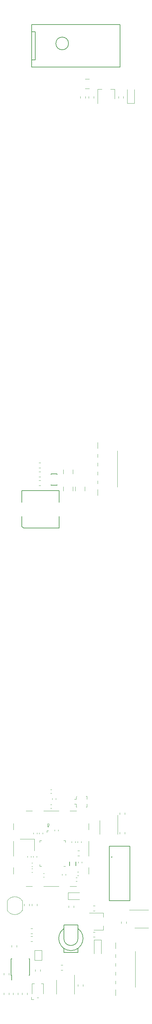
<source format=gbr>
G04 #@! TF.GenerationSoftware,KiCad,Pcbnew,(5.1.5)-3*
G04 #@! TF.CreationDate,2020-12-03T11:47:19+01:00*
G04 #@! TF.ProjectId,Wordclock_V1.1,576f7264-636c-46f6-936b-5f56312e312e,rev?*
G04 #@! TF.SameCoordinates,Original*
G04 #@! TF.FileFunction,Legend,Top*
G04 #@! TF.FilePolarity,Positive*
%FSLAX46Y46*%
G04 Gerber Fmt 4.6, Leading zero omitted, Abs format (unit mm)*
G04 Created by KiCad (PCBNEW (5.1.5)-3) date 2020-12-03 11:47:19*
%MOMM*%
%LPD*%
G04 APERTURE LIST*
%ADD10C,0.120000*%
%ADD11C,0.150000*%
%ADD12C,0.100000*%
%ADD13C,0.200000*%
G04 APERTURE END LIST*
D10*
X24110000Y-67541422D02*
X24110000Y-68058578D01*
X22690000Y-67541422D02*
X22690000Y-68058578D01*
X23997936Y-65360000D02*
X25202064Y-65360000D01*
X23997936Y-62640000D02*
X25202064Y-62640000D01*
X27600000Y-65520000D02*
X28800000Y-65520000D01*
X27600000Y-69520000D02*
X27600000Y-65520000D01*
X32400000Y-65520000D02*
X32400000Y-68220000D01*
X31200000Y-65520000D02*
X32400000Y-65520000D01*
X36000000Y-69450000D02*
X38000000Y-69450000D01*
X38000000Y-69450000D02*
X38000000Y-65550000D01*
X36000000Y-69450000D02*
X36000000Y-65550000D01*
X26510000Y-68058578D02*
X26510000Y-67541422D01*
X25090000Y-68058578D02*
X25090000Y-67541422D01*
X34910000Y-68058578D02*
X34910000Y-67541422D01*
X33490000Y-68058578D02*
X33490000Y-67541422D01*
X11665000Y-285260000D02*
X11190000Y-285260000D01*
X11190000Y-285260000D02*
X11190000Y-284785000D01*
X17935000Y-278040000D02*
X18410000Y-278040000D01*
X18410000Y-278040000D02*
X18410000Y-278515000D01*
X11665000Y-278040000D02*
X11190000Y-278040000D01*
X11190000Y-278040000D02*
X11190000Y-278515000D01*
X17935000Y-285260000D02*
X18410000Y-285260000D01*
D11*
X6550000Y-189600000D02*
X6100000Y-189150000D01*
X6100000Y-189150000D02*
X6100000Y-186300000D01*
X16700000Y-186300000D02*
X16700000Y-189600000D01*
X16700000Y-189600000D02*
X6550000Y-189600000D01*
X16700000Y-179000000D02*
X16700000Y-182300000D01*
X6100000Y-179000000D02*
X16700000Y-179000000D01*
X6100000Y-182300000D02*
X6100000Y-179000000D01*
D10*
X27570000Y-167100000D02*
X27570000Y-165400000D01*
X27570000Y-169600000D02*
X27570000Y-168700000D01*
X27570000Y-172100000D02*
X27570000Y-171200000D01*
X27570000Y-174600000D02*
X27570000Y-173700000D01*
X27570000Y-177100000D02*
X27570000Y-176200000D01*
X27570000Y-180400000D02*
X27570000Y-178700000D01*
X33180000Y-167800000D02*
X33180000Y-178000000D01*
D11*
X14350000Y-174500000D02*
X14350000Y-174250000D01*
X14350000Y-174250000D02*
X16050000Y-174250000D01*
X16050000Y-174250000D02*
X16050000Y-174500000D01*
X14350000Y-177550000D02*
X14350000Y-177300000D01*
X16050000Y-177550000D02*
X14350000Y-177550000D01*
X16050000Y-177300000D02*
X16050000Y-177550000D01*
D10*
X20560000Y-179102064D02*
X20560000Y-177897936D01*
X17840000Y-179102064D02*
X17840000Y-177897936D01*
X23960000Y-179102064D02*
X23960000Y-177897936D01*
X21240000Y-179102064D02*
X21240000Y-177897936D01*
X17840000Y-173097936D02*
X17840000Y-174302064D01*
X20560000Y-173097936D02*
X20560000Y-174302064D01*
X11458578Y-172610000D02*
X10941422Y-172610000D01*
X11458578Y-171190000D02*
X10941422Y-171190000D01*
X11458578Y-175110000D02*
X10941422Y-175110000D01*
X11458578Y-173690000D02*
X10941422Y-173690000D01*
X10941422Y-177610000D02*
X11458578Y-177610000D01*
X10941422Y-176190000D02*
X11458578Y-176190000D01*
X32670000Y-308600000D02*
X32670000Y-306900000D01*
X32670000Y-311100000D02*
X32670000Y-310200000D01*
X32670000Y-313600000D02*
X32670000Y-312700000D01*
X32670000Y-316100000D02*
X32670000Y-315200000D01*
X32670000Y-318600000D02*
X32670000Y-317700000D01*
X32670000Y-321900000D02*
X32670000Y-320200000D01*
X38280000Y-309300000D02*
X38280000Y-319500000D01*
X21500000Y-267700000D02*
X21000000Y-267700000D01*
X21500000Y-266300000D02*
X21000000Y-266300000D01*
X21500000Y-266300000D02*
X21500000Y-265700000D01*
X21500000Y-265700000D02*
X21700000Y-265500000D01*
X21700000Y-268500000D02*
X21500000Y-268500000D01*
X21500000Y-268500000D02*
X21500000Y-267700000D01*
X24500000Y-267700000D02*
X24500000Y-268500000D01*
X24500000Y-268500000D02*
X24300000Y-268500000D01*
X24300000Y-265500000D02*
X24500000Y-265500000D01*
X24500000Y-265500000D02*
X24500000Y-266300000D01*
X15710000Y-266412779D02*
X15710000Y-266087221D01*
X14690000Y-266412779D02*
X14690000Y-266087221D01*
X14562779Y-263640000D02*
X14237221Y-263640000D01*
X14562779Y-264660000D02*
X14237221Y-264660000D01*
X14562779Y-267840000D02*
X14237221Y-267840000D01*
X14562779Y-268860000D02*
X14237221Y-268860000D01*
X7250000Y-269650000D02*
X9050000Y-269650000D01*
X7250000Y-290950000D02*
X9050000Y-290950000D01*
X12250000Y-269650000D02*
X16550000Y-269650000D01*
X12250000Y-290950000D02*
X16550000Y-290950000D01*
X19750000Y-269650000D02*
X21550000Y-269650000D01*
X19750000Y-290950000D02*
X21550000Y-290950000D01*
X3750000Y-273150000D02*
X3750000Y-274950000D01*
X25050000Y-273150000D02*
X25050000Y-274950000D01*
X3750000Y-278150000D02*
X3750000Y-282450000D01*
X25050000Y-278150000D02*
X25050000Y-282450000D01*
X3750000Y-285650000D02*
X3750000Y-287450000D01*
X25050000Y-285650000D02*
X25050000Y-287450000D01*
D12*
X13200000Y-275200000D02*
X13200000Y-275700000D01*
X13600000Y-275200000D02*
X13200000Y-275200000D01*
D10*
X29180000Y-302100000D02*
X29180000Y-303300000D01*
X29180000Y-303300000D02*
X26480000Y-303300000D01*
X25180000Y-298500000D02*
X29180000Y-298500000D01*
X29180000Y-298500000D02*
X29180000Y-299700000D01*
X26341422Y-297910000D02*
X26858578Y-297910000D01*
X26341422Y-296490000D02*
X26858578Y-296490000D01*
X26858578Y-303890000D02*
X26341422Y-303890000D01*
X26858578Y-305310000D02*
X26341422Y-305310000D01*
X19390000Y-296958578D02*
X19390000Y-296441422D01*
X20810000Y-296958578D02*
X20810000Y-296441422D01*
X21437221Y-289510000D02*
X21762779Y-289510000D01*
X21437221Y-288490000D02*
X21762779Y-288490000D01*
X33260000Y-274300000D02*
X33260000Y-270850000D01*
X33260000Y-274300000D02*
X33260000Y-276250000D01*
X28140000Y-274300000D02*
X28140000Y-272350000D01*
X28140000Y-274300000D02*
X28140000Y-276250000D01*
D13*
X31700000Y-282700000D02*
G75*
G03X31700000Y-282700000I-100000J0D01*
G01*
X36700000Y-295005000D02*
X30900000Y-295005000D01*
X36700000Y-279595000D02*
X36700000Y-295005000D01*
X30900000Y-279595000D02*
X36700000Y-279595000D01*
X30900000Y-295005000D02*
X30900000Y-279595000D01*
D10*
X21890000Y-278237221D02*
X21890000Y-278562779D01*
X22910000Y-278237221D02*
X22910000Y-278562779D01*
X20190000Y-278562779D02*
X20190000Y-278237221D01*
X21210000Y-278562779D02*
X21210000Y-278237221D01*
X18510000Y-287487221D02*
X18510000Y-287812779D01*
X17490000Y-287487221D02*
X17490000Y-287812779D01*
X23110000Y-284037221D02*
X23110000Y-284362779D01*
X22090000Y-284037221D02*
X22090000Y-284362779D01*
X21837221Y-286890000D02*
X22162779Y-286890000D01*
X21837221Y-287910000D02*
X22162779Y-287910000D01*
X9162779Y-287010000D02*
X8837221Y-287010000D01*
X9162779Y-285990000D02*
X8837221Y-285990000D01*
X12462779Y-288310000D02*
X12137221Y-288310000D01*
X12462779Y-287290000D02*
X12137221Y-287290000D01*
X10310000Y-282762779D02*
X10310000Y-282437221D01*
X9290000Y-282762779D02*
X9290000Y-282437221D01*
X8710000Y-282437221D02*
X8710000Y-282762779D01*
X7690000Y-282437221D02*
X7690000Y-282762779D01*
X9162779Y-285410000D02*
X8837221Y-285410000D01*
X9162779Y-284390000D02*
X8837221Y-284390000D01*
X15390000Y-275262779D02*
X15390000Y-274937221D01*
X16410000Y-275262779D02*
X16410000Y-274937221D01*
X10990000Y-276162779D02*
X10990000Y-275837221D01*
X12010000Y-276162779D02*
X12010000Y-275837221D01*
X9390000Y-276162779D02*
X9390000Y-275837221D01*
X10410000Y-276162779D02*
X10410000Y-275837221D01*
D11*
X21400000Y-285150000D02*
X21400000Y-284050000D01*
X19600000Y-285150000D02*
X19600000Y-284050000D01*
X22000000Y-309700000D02*
X22000000Y-308500000D01*
X18000000Y-309700000D02*
X22000000Y-309700000D01*
X18000000Y-309700000D02*
X18000000Y-308500000D01*
X17955076Y-302932639D02*
G75*
G03X22000000Y-302900000I2044924J-2767361D01*
G01*
X22000000Y-301890000D02*
X22000000Y-305700000D01*
X18000000Y-301890000D02*
X22000000Y-301890000D01*
X18000000Y-305700000D02*
X18000000Y-301890000D01*
X22000000Y-305700000D02*
G75*
G02X18000000Y-305700000I-2000000J0D01*
G01*
D10*
X6250000Y-297750000D02*
X6250000Y-295100000D01*
X1950000Y-297750000D02*
X1950000Y-295100000D01*
X1965612Y-297775476D02*
G75*
G03X6250000Y-297750000I2134388J1325476D01*
G01*
X6232144Y-295071973D02*
G75*
G03X1950000Y-295100000I-2132144J-1378027D01*
G01*
X40000000Y-297640000D02*
X36550000Y-297640000D01*
X40000000Y-297640000D02*
X41950000Y-297640000D01*
X40000000Y-302760000D02*
X38050000Y-302760000D01*
X40000000Y-302760000D02*
X41950000Y-302760000D01*
X35710000Y-300941422D02*
X35710000Y-301458578D01*
X34290000Y-300941422D02*
X34290000Y-301458578D01*
X22400000Y-292700000D02*
X19200000Y-292700000D01*
X19200000Y-294700000D02*
X22400000Y-294700000D01*
X19200000Y-294700000D02*
X19200000Y-292700000D01*
X8641422Y-302890000D02*
X9158578Y-302890000D01*
X8641422Y-304310000D02*
X9158578Y-304310000D01*
X8641422Y-305090000D02*
X9158578Y-305090000D01*
X8641422Y-306510000D02*
X9158578Y-306510000D01*
X3190000Y-308158578D02*
X3190000Y-307641422D01*
X4610000Y-308158578D02*
X4610000Y-307641422D01*
D11*
X19330000Y-52550000D02*
G75*
G03X19330000Y-52550000I-1796051J0D01*
G01*
X33900000Y-47200000D02*
X33900000Y-59200000D01*
X33900000Y-59200000D02*
X8900000Y-59200000D01*
X8900000Y-59200000D02*
X8900000Y-47200000D01*
X33900000Y-47200000D02*
X8900000Y-47200000D01*
X8900000Y-57200000D02*
X9900000Y-57200000D01*
X9900000Y-57200000D02*
X9900000Y-49200000D01*
X9900000Y-49200000D02*
X8900000Y-49200000D01*
D10*
X11310000Y-314491422D02*
X11310000Y-315008578D01*
X9890000Y-314491422D02*
X9890000Y-315008578D01*
X7610000Y-321091422D02*
X7610000Y-321608578D01*
X6190000Y-321091422D02*
X6190000Y-321608578D01*
X10400000Y-322450000D02*
X10800000Y-322450000D01*
X9000000Y-321350000D02*
X9000000Y-318450000D01*
X9000000Y-318450000D02*
X9600000Y-318450000D01*
X12200000Y-321350000D02*
X12200000Y-318450000D01*
X12200000Y-318450000D02*
X11600000Y-318450000D01*
X8800000Y-322250000D02*
X8800000Y-322950000D01*
X8800000Y-322950000D02*
X9500000Y-322950000D01*
X15890000Y-319450000D02*
X15890000Y-321400000D01*
X15890000Y-319450000D02*
X15890000Y-317500000D01*
X21010000Y-319450000D02*
X21010000Y-321400000D01*
X21010000Y-319450000D02*
X21010000Y-316000000D01*
X11750000Y-311850000D02*
X9750000Y-311850000D01*
X11750000Y-309050000D02*
X11750000Y-311850000D01*
X9750000Y-309050000D02*
X11750000Y-309050000D01*
X9750000Y-311850000D02*
X9750000Y-309050000D01*
X23410000Y-318691422D02*
X23410000Y-319208578D01*
X21990000Y-318691422D02*
X21990000Y-319208578D01*
X2410000Y-321091422D02*
X2410000Y-321608578D01*
X990000Y-321091422D02*
X990000Y-321608578D01*
X17708578Y-313240000D02*
X17191422Y-313240000D01*
X17708578Y-314660000D02*
X17191422Y-314660000D01*
X5010000Y-321091422D02*
X5010000Y-321608578D01*
X3590000Y-321091422D02*
X3590000Y-321608578D01*
X2410000Y-316008578D02*
X2410000Y-315491422D01*
X990000Y-316008578D02*
X990000Y-315491422D01*
D11*
X3075000Y-316075000D02*
X3200000Y-316075000D01*
X3075000Y-311425000D02*
X3300000Y-311425000D01*
X8325000Y-311425000D02*
X8100000Y-311425000D01*
X8325000Y-316075000D02*
X8100000Y-316075000D01*
X3075000Y-316075000D02*
X3075000Y-311425000D01*
X8325000Y-316075000D02*
X8325000Y-311425000D01*
X3200000Y-316075000D02*
X3200000Y-317425000D01*
D10*
X35310000Y-276158578D02*
X35310000Y-275641422D01*
X33890000Y-276158578D02*
X33890000Y-275641422D01*
D11*
X13650000Y-274100000D02*
G75*
G03X13650000Y-274100000I-100000J0D01*
G01*
D12*
X13350000Y-273300000D02*
X13750000Y-273300000D01*
X13350000Y-273800000D02*
X13350000Y-273300000D01*
X13750000Y-273800000D02*
X13350000Y-273800000D01*
X13750000Y-273300000D02*
X13750000Y-273800000D01*
D10*
X9600000Y-280850000D02*
X9600000Y-277550000D01*
X9600000Y-277550000D02*
X5600000Y-277550000D01*
X21941422Y-280890000D02*
X22458578Y-280890000D01*
X21941422Y-282310000D02*
X22458578Y-282310000D01*
X28600000Y-306150000D02*
X26600000Y-306150000D01*
X26600000Y-306150000D02*
X26600000Y-310050000D01*
X28600000Y-306150000D02*
X28600000Y-310050000D01*
X8210000Y-295941422D02*
X8210000Y-296458578D01*
X6790000Y-295941422D02*
X6790000Y-296458578D01*
X8990000Y-296458578D02*
X8990000Y-295941422D01*
X10410000Y-296458578D02*
X10410000Y-295941422D01*
X35310000Y-270141422D02*
X35310000Y-270658578D01*
X33890000Y-270141422D02*
X33890000Y-270658578D01*
M02*

</source>
